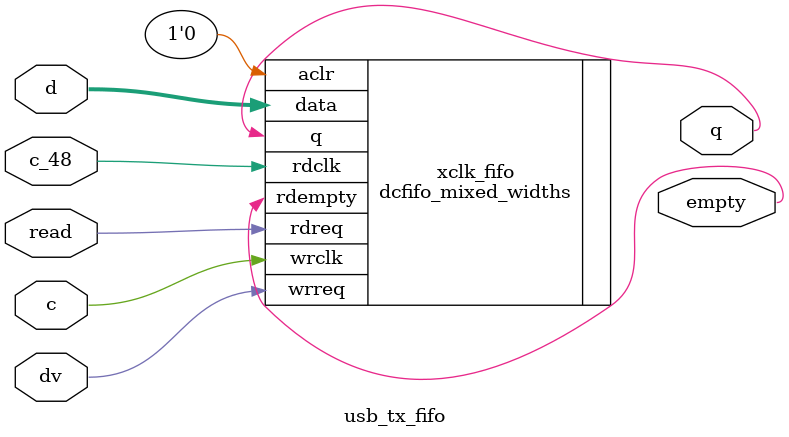
<source format=v>
`timescale 1ns/1ns
module usb_tx_fifo
(input c,
 input c_48,
 input [7:0] d,
 input dv,
 input read,
 output q,
 output empty);

wire fifo_read, fifo_empty;
wire fifo_q;

dcfifo_mixed_widths
#(.lpm_width(8), .lpm_width_r(1), .lpm_widthu(7), .lpm_widthu_r(10),
  .lpm_numwords(128), .lpm_showahead("ON"),
  .use_eab("ON"), .intended_device_family("CYCLONE V")) xclk_fifo
(.wrclk(c), .data(d), .wrreq(dv),
 .rdclk(c_48), .rdreq(read), .q(q), .rdempty(empty),
 .aclr(1'b0));

endmodule

</source>
